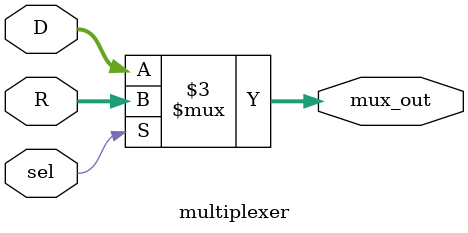
<source format=v>
`timescale 1ns / 1ps

module multiplexer(
    input [5:0] D,
    input [5:0] R,
    input sel,
    output reg [5:0] mux_out
    );
	always @(*) begin
		if(sel)
			mux_out = R;
		else
			mux_out = D;
	end

endmodule

</source>
